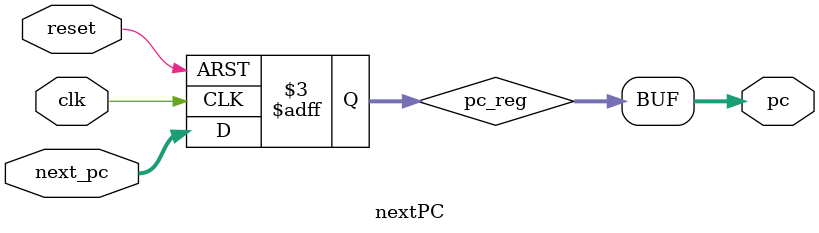
<source format=v>
module nextPC (
    input         clk,
    input         reset,
    input  [31:0] next_pc,  // Next PC value from control logic
    output [31:0] pc        // Current PC value
);

    reg [31:0] pc_reg;

    // Output current PC value
    assign pc = pc_reg;

    // Update PC on rising edge
    always @(posedge clk or negedge reset) begin
        if (~reset)
            pc_reg <= 32'h00000000;  // Reset PC to 0
        else
            pc_reg <= next_pc;
    end

endmodule



</source>
